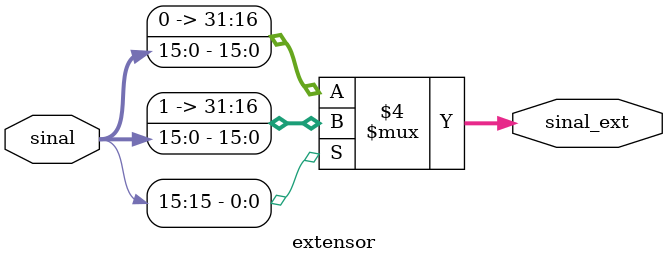
<source format=v>
module extensor(sinal, sinal_ext);

	input [15:0]sinal;
	output reg [31:0]sinal_ext;

always @(*)begin
	
	if(sinal[15] == 0)
		sinal_ext <= {16'd0,sinal};
	else
		sinal_ext <= {16'b1111111111111111,sinal};
	
end
endmodule


</source>
